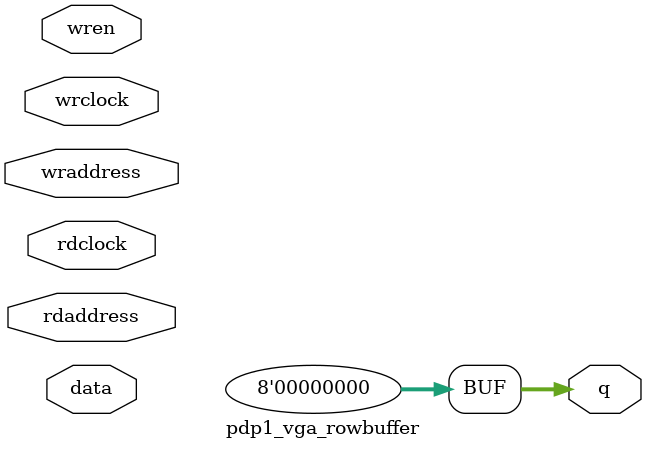
<source format=v>
module pdp1_vga_rowbuffer(	// file.cleaned.mlir:2:3
  input  [7:0]  data,	// file.cleaned.mlir:2:36
  input  [12:0] rdaddress,	// file.cleaned.mlir:2:51
  input         rdclock,	// file.cleaned.mlir:2:72
  input  [12:0] wraddress,	// file.cleaned.mlir:2:90
  input         wrclock,	// file.cleaned.mlir:2:111
                wren,	// file.cleaned.mlir:2:129
  output [7:0]  q	// file.cleaned.mlir:2:145
);

  assign q = 8'h0;	// file.cleaned.mlir:3:14, :4:5
endmodule


</source>
